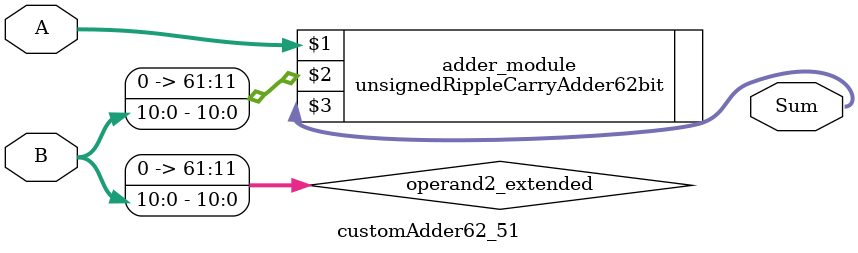
<source format=v>
module customAdder62_51(
                        input [61 : 0] A,
                        input [10 : 0] B,
                        
                        output [62 : 0] Sum
                );

        wire [61 : 0] operand2_extended;
        
        assign operand2_extended =  {51'b0, B};
        
        unsignedRippleCarryAdder62bit adder_module(
            A,
            operand2_extended,
            Sum
        );
        
        endmodule
        
</source>
